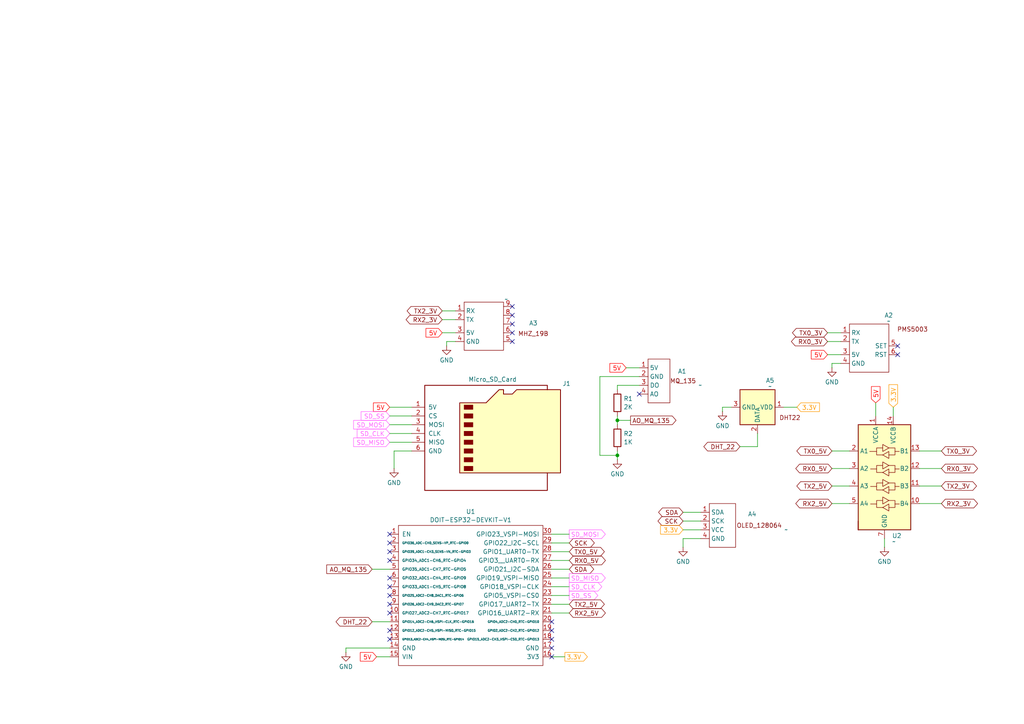
<source format=kicad_sch>
(kicad_sch (version 20231120) (generator "eeschema") (generator_version "8.0")
  (paper "A4")
  (title_block (title "Proyecto calidad del aire") (company "UAM") (comment 1 "Synergia") (comment 2 "Designed by:"))
  (lib_symbols
    (symbol "Connector:Micro_SD_Card" (pin_names (offset 1.016))
      (property "Reference" "J1" (at 22.098 14.478 0))
      (property "Value" "Micro_SD_Card" (at 0.635 15.6902 0))
      (symbol "Micro_SD_Card_0_1"
        (rectangle (start -7.62 -9.525) (end -5.08 -10.795) (fill (type outline)))
        (rectangle (start -7.62 -6.985) (end -5.08 -8.255) (fill (type outline)))
        (rectangle (start -7.62 -4.445) (end -5.08 -5.715) (fill (type outline)))
        (rectangle (start -7.62 -1.905) (end -5.08 -3.175) (fill (type outline)))
        (rectangle (start -7.62 0.635) (end -5.08 -0.635) (fill (type outline)))
        (rectangle (start -7.62 3.175) (end -5.08 1.905) (fill (type outline)))
        (rectangle (start -7.62 5.715) (end -5.08 4.445) (fill (type outline)))
        (rectangle (start -7.62 8.255) (end -5.08 6.985) (fill (type outline)))
        (polyline (pts (xy 16.51 12.7) (xy 16.51 13.97) (xy -19.05 13.97) (xy -19.05 -16.51) (xy 16.51 -16.51) (xy 16.51 -11.43)) (stroke (width 0.254)))
        (polyline (pts (xy -8.89 -11.43) (xy -8.89 8.89) (xy -1.27 8.89) (xy 2.54 12.7) (xy 3.81 12.7) (xy 3.81 11.43) (xy 6.35 11.43) (xy 7.62 12.7) (xy 20.32 12.7) (xy 20.32 -11.43) (xy -8.89 -11.43)) (stroke (width 0.254)) (fill (type background)))
      )
      (symbol "Micro_SD_Card_1_1"
        (pin power_in line (at -22.86 7.62 0) (length 3.81) (name "5V") (number "1"))
        (pin input line (at -22.86 5.08 0) (length 3.81) (name "CS") (number "2"))
        (pin bidirectional line (at -22.86 2.54 0) (length 3.81) (name "MOSI") (number "3"))
        (pin input line (at -22.86 0 0) (length 3.81) (name "CLK") (number "4"))
        (pin bidirectional line (at -22.86 -2.54 0) (length 3.81) (name "MISO") (number "5"))
        (pin power_in line (at -22.86 -5.08 0) (length 3.81) (name "GND") (number "6"))
      )
    )
    (symbol "Device:R" (pin_numbers hide) (pin_names (offset 0))
      (property "Reference" "R" (at 2.032 0 90))
      (property "Value" "R" (at 0 0 90))
      (symbol "R_0_1"
        (rectangle (start -1.016 -2.54) (end 1.016 2.54) (stroke (width 0.254)))
      )
      (symbol "R_1_1"
        (pin passive line (at 0 3.81 270) (length 1.27) (name "~") (number "1"))
        (pin passive line (at 0 -3.81 90) (length 1.27) (name "~") (number "2"))
      )
    )
    (symbol "doit-esp32-devkit-v1:DOIT-ESP32-DEVKIT-V1" (pin_names (offset 1.016))
      (property "Reference" "U1" (at -0.635 14.1775 0))
      (property "Value" "DOIT-ESP32-DEVKIT-V1" (at -0.635 11.7532 0))
      (symbol "DOIT-ESP32-DEVKIT-V1_0_1"
        (rectangle (start -21.59 10.16) (end 20.32 -30.48))
      )
      (symbol "DOIT-ESP32-DEVKIT-V1_1_1"
        (pin output line (at -24.13 7.62 0) (length 2.54) (name "EN") (number "1"))
        (pin bidirectional line (at -24.13 -15.24 0) (length 2.54) (name "GPIO27_ADC2-CH7_RTC-GPIO17") (number "10"))
        (pin bidirectional line (at -24.13 -17.78 0) (length 2.54) (name "GPIO14_ADC2-CH6_HSPI-CLK_RTC-GPIO16") (number "11"))
        (pin bidirectional line (at -24.13 -20.32 0) (length 2.54) (name "GPIO12_ADC2-CH5_HSPI-MISO_RTC-GPIO15") (number "12"))
        (pin bidirectional line (at -24.13 -22.86 0) (length 2.54) (name "GPIO13_ADC2-CH4_HSPI-MOSI_RTC-GPIO14") (number "13"))
        (pin bidirectional line (at -24.13 -25.4 0) (length 2.54) (name "GND") (number "14"))
        (pin bidirectional line (at -24.13 -27.94 0) (length 2.54) (name "VIN") (number "15"))
        (pin bidirectional line (at 22.86 -27.94 180) (length 2.54) (name "3V3") (number "16"))
        (pin bidirectional line (at 22.86 -25.4 180) (length 2.54) (name "GND") (number "17"))
        (pin bidirectional line (at 22.86 -22.86 180) (length 2.54) (name "GPIO15_ADC2-CH3_HSPI-CS0_RTC-GPIO13") (number "18"))
        (pin bidirectional line (at 22.86 -20.32 180) (length 2.54) (name "GPIO2_ADC2-CH2_RTC-GPIO12") (number "19"))
        (pin bidirectional line (at -24.13 5.08 0) (length 2.54) (name "GPIO36_ADC-CH0_SENS-VP_RTC-GPIO0") (number "2"))
        (pin bidirectional line (at 22.86 -17.78 180) (length 2.54) (name "GPIO4_ADC2-CH0_RTC-GPIO10") (number "20"))
        (pin bidirectional line (at 22.86 -15.24 180) (length 2.54) (name "GPIO16_UART2-RX") (number "21"))
        (pin bidirectional line (at 22.86 -12.7 180) (length 2.54) (name "GPIO17_UART2-TX") (number "22"))
        (pin bidirectional line (at 22.86 -10.16 180) (length 2.54) (name "GPIO5_VSPI-CS0") (number "23"))
        (pin bidirectional line (at 22.86 -7.62 180) (length 2.54) (name "GPIO18_VSPI-CLK") (number "24"))
        (pin bidirectional line (at 22.86 -5.08 180) (length 2.54) (name "GPIO19_VSPI-MISO") (number "25"))
        (pin bidirectional line (at 22.86 -2.54 180) (length 2.54) (name "GPIO21_I2C-SDA") (number "26"))
        (pin bidirectional line (at 22.86 0 180) (length 2.54) (name "GPIO3__UART0-RX") (number "27"))
        (pin bidirectional line (at 22.86 2.54 180) (length 2.54) (name "GPIO1_UART0-TX") (number "28"))
        (pin bidirectional line (at 22.86 5.08 180) (length 2.54) (name "GPIO22_I2C-SCL") (number "29"))
        (pin bidirectional line (at -24.13 2.54 0) (length 2.54) (name "GPIO39_ADC1-CH3_SENS-VN_RTC-GPIO3") (number "3"))
        (pin bidirectional line (at 22.86 7.62 180) (length 2.54) (name "GPIO23_VSPI-MOSI") (number "30"))
        (pin bidirectional line (at -24.13 0 0) (length 2.54) (name "GPIO34_ADC1-CH6_RTC-GPIO4") (number "4"))
        (pin bidirectional line (at -24.13 -2.54 0) (length 2.54) (name "GPIO35_ADC1-CH7_RTC-GPIO5") (number "5"))
        (pin bidirectional line (at -24.13 -5.08 0) (length 2.54) (name "GPIO32_ADC1-CH4_RTC-GPIO9") (number "6"))
        (pin bidirectional line (at -24.13 -7.62 0) (length 2.54) (name "GPIO33_ADC1-CH5_RTC-GPIO8") (number "7"))
        (pin bidirectional line (at -24.13 -10.16 0) (length 2.54) (name "GPIO25_ADC2-CH8_DAC1_RTC-GPIO6") (number "8"))
        (pin bidirectional line (at -24.13 -12.7 0) (length 2.54) (name "GPIO26_ADC2-CH9_DAC2_RTC-GPIO7") (number "9"))
      )
    )
    (symbol "power:GND" (power) (pin_numbers hide) (pin_names (offset 0) hide)
      (property "Value" "GND" (at 0 -3.81 0))
      (symbol "GND_0_1"
        (polyline (pts (xy 0 0) (xy 0 -1.27) (xy 1.27 -1.27) (xy 0 -2.54) (xy -1.27 -1.27) (xy 0 -1.27)))
      )
      (symbol "GND_1_1"
        (pin power_in line (at 0 0 270) (length 0) (name "~") (number "1"))
      )
    )
    (symbol "symbols:DHT22"
      (property "Reference" "A" (at 9.144 6.35 0))
      (symbol "DHT22_0_1"
        (rectangle (start -5.08 5.08) (end 5.08 -5.08) (stroke (width 0.254)) (fill (type background)))
      )
      (symbol "DHT22_1_1"
        (text "DHT22\n" (at 3.048 9.398 900) (effects (font (size 1.27 1.27))))
        (pin power_in line (at 0 7.62 270) (length 2.54) (name "VDD") (number "1"))
        (pin bidirectional line (at 7.62 0 180) (length 2.54) (name "DATA") (number "2"))
        (pin power_in line (at 0 -7.62 90) (length 2.54) (name "GND") (number "3"))
        (pin no_connect line (at -5.08 0 0) (length 2.54) hide (name "NC") (number "3"))
      )
    )
    (symbol "symbols:MHZ_19B"
      (property "Reference" "A" (at 19.304 1.778 0))
      (symbol "MHZ_19B_0_1"
        (rectangle (start 0 7.62) (end 11.43 -6.35))
      )
      (symbol "MHZ_19B_1_1"
        (text "MHZ_19B" (at 20.066 -1.524 0) (effects (font (size 1.27 1.27))))
        (pin bidirectional line (at -2.54 5.08 0) (length 2.54) (name "RX") (number "1"))
        (pin bidirectional line (at -2.54 2.54 0) (length 2.54) (name "TX") (number "2"))
        (pin power_in line (at -2.54 -1.27 0) (length 2.54) (name "5V") (number "3"))
        (pin power_in line (at -2.54 -3.81 0) (length 2.54) (name "GND") (number "4"))
        (pin unspecified line (at 13.97 -3.81 180) (length 2.54) (name "") (number "5"))
        (pin unspecified line (at 13.97 -1.27 180) (length 2.54) (name "") (number "6"))
        (pin unspecified line (at 13.97 1.27 180) (length 2.54) (name "") (number "7"))
        (pin unspecified line (at 13.97 3.81 180) (length 2.54) (name "") (number "8"))
        (pin unspecified line (at 13.97 6.35 180) (length 2.54) (name "") (number "9"))
      )
    )
    (symbol "symbols:MQ_135"
      (property "Reference" "A" (at 8.636 4.064 0))
      (symbol "MQ_135_0_1"
        (rectangle (start 0 6.35) (end 6.35 -6.35))
      )
      (symbol "MQ_135_1_1"
        (text "MQ_135" (at 10.16 0 0) (effects (font (size 1.27 1.27))))
        (pin input line (at -2.54 3.81 0) (length 2.54) (name "5V") (number "1"))
        (pin input line (at -2.54 1.27 0) (length 2.54) (name "GND") (number "2"))
        (pin output line (at -2.54 -1.27 0) (length 2.54) (name "DO") (number "3"))
        (pin output line (at -2.54 -3.81 0) (length 2.54) (name "AO") (number "4"))
      )
    )
    (symbol "symbols:OLED_128064"
      (property "Reference" "A" (at 12.954 3.048 0))
      (symbol "OLED_128064_0_1"
        (rectangle (start 0 6.35) (end 7.62 -6.35))
      )
      (symbol "OLED_128064_1_1"
        (text "OLED_128064" (at 14.478 0 0) (effects (font (size 1.27 1.27))))
        (pin bidirectional line (at -2.54 3.81 0) (length 2.54) (name "SDA") (number "1"))
        (pin bidirectional line (at -2.54 1.27 0) (length 2.54) (name "SCK") (number "2"))
        (pin power_in line (at -2.54 -1.27 0) (length 2.54) (name "VCC") (number "3"))
        (pin power_in line (at -2.54 -3.81 0) (length 2.54) (name "GND") (number "4"))
      )
    )
    (symbol "symbols:PMS5003"
      (property "Reference" "A" (at 11.938 -5.334 0))
      (symbol "PMS5003_0_1"
        (rectangle (start -6.35 7.62) (end 5.08 -6.35))
      )
      (symbol "PMS5003_1_1"
        (text "PMS5003" (at 11.938 6.096 0) (effects (font (size 1.27 1.27))))
        (pin bidirectional line (at -8.89 5.08 0) (length 2.54) (name "RX") (number "1"))
        (pin bidirectional line (at -8.89 2.54 0) (length 2.54) (name "TX") (number "2"))
        (pin power_in line (at -8.89 -1.27 0) (length 2.54) (name "5V") (number "3"))
        (pin power_in line (at -8.89 -3.81 0) (length 2.54) (name "GND") (number "4"))
        (pin unspecified line (at 7.62 1.27 180) (length 2.54) (name "SET") (number "5"))
        (pin unspecified line (at 7.62 -1.27 180) (length 2.54) (name "RST") (number "6"))
      )
    )
    (symbol "symbols:TXB0104D"
      (property "Reference" "U" (at 25.654 -17.018 0))
      (symbol "TXB0104D_0_1"
        (rectangle (start -7.62 -15.24) (end -7.62 -12.7) (stroke (width 0.254)))
        (rectangle (start -7.62 15.24) (end 7.62 -15.24) (stroke (width 0.254)) (fill (type background)))
        (polyline (pts (xy -2.286 -7.747) (xy -2.286 -6.731) (xy -0.508 -6.731)))
        (polyline (pts (xy -2.286 -2.667) (xy -2.286 -1.651) (xy -0.508 -1.651)))
        (polyline (pts (xy -2.286 2.413) (xy -2.286 3.429) (xy -0.508 3.429)))
        (polyline (pts (xy -2.286 7.493) (xy -2.286 8.509) (xy -0.508 8.509)))
        (polyline (pts (xy 3.048 -7.747) (xy 3.048 -8.763) (xy 1.27 -8.763)))
        (polyline (pts (xy 3.048 -2.667) (xy 3.048 -3.683) (xy 1.27 -3.683)))
        (polyline (pts (xy 3.048 2.413) (xy 3.048 1.397) (xy 1.27 1.397)))
        (polyline (pts (xy 3.048 7.493) (xy 3.048 6.477) (xy 1.27 6.477)))
        (polyline (pts (xy -0.508 -8.763) (xy -2.286 -8.763) (xy -2.286 -7.747) (xy -4.064 -7.747)))
        (polyline (pts (xy -0.508 -8.763) (xy 1.27 -7.747) (xy 1.27 -9.779) (xy -0.508 -8.763)))
        (polyline (pts (xy -0.508 -3.683) (xy -2.286 -3.683) (xy -2.286 -2.667) (xy -4.064 -2.667)))
        (polyline (pts (xy -0.508 -3.683) (xy 1.27 -2.667) (xy 1.27 -4.699) (xy -0.508 -3.683)))
        (polyline (pts (xy -0.508 1.397) (xy -2.286 1.397) (xy -2.286 2.413) (xy -4.064 2.413)))
        (polyline (pts (xy -0.508 1.397) (xy 1.27 2.413) (xy 1.27 0.381) (xy -0.508 1.397)))
        (polyline (pts (xy -0.508 6.477) (xy -2.286 6.477) (xy -2.286 7.493) (xy -4.318 7.493)))
        (polyline (pts (xy -0.508 6.477) (xy 1.27 7.493) (xy 1.27 5.461) (xy -0.508 6.477)))
        (polyline (pts (xy 1.27 -6.731) (xy -0.508 -7.747) (xy -0.508 -5.715) (xy 1.27 -6.731)))
        (polyline (pts (xy 1.27 -6.731) (xy 3.048 -6.731) (xy 3.048 -7.747) (xy 4.318 -7.747)))
        (polyline (pts (xy 1.27 -1.651) (xy -0.508 -2.667) (xy -0.508 -0.635) (xy 1.27 -1.651)))
        (polyline (pts (xy 1.27 -1.651) (xy 3.048 -1.651) (xy 3.048 -2.667) (xy 4.318 -2.667)))
        (polyline (pts (xy 1.27 3.429) (xy -0.508 2.413) (xy -0.508 4.445) (xy 1.27 3.429)))
        (polyline (pts (xy 1.27 3.429) (xy 3.048 3.429) (xy 3.048 2.413) (xy 4.318 2.413)))
        (polyline (pts (xy 1.27 8.509) (xy -0.508 7.493) (xy -0.508 9.525) (xy 1.27 8.509)))
        (polyline (pts (xy 1.27 8.509) (xy 3.048 8.509) (xy 3.048 7.493) (xy 4.318 7.493)))
      )
      (symbol "TXB0104D_1_1"
        (pin power_in line (at -2.54 17.78 270) (length 2.54) (name "VCCA") (number "1"))
        (pin bidirectional line (at 10.16 -7.62 180) (length 2.54) (name "B4") (number "10"))
        (pin bidirectional line (at 10.16 -2.54 180) (length 2.54) (name "B3") (number "11"))
        (pin bidirectional line (at 10.16 2.54 180) (length 2.54) (name "B2") (number "12"))
        (pin bidirectional line (at 10.16 7.62 180) (length 2.54) (name "B1") (number "13"))
        (pin power_in line (at 2.54 17.78 270) (length 2.54) (name "VCCB") (number "14"))
        (pin bidirectional line (at -10.16 7.62 0) (length 2.54) (name "A1") (number "2"))
        (pin bidirectional line (at -10.16 2.54 0) (length 2.54) (name "A2") (number "3"))
        (pin bidirectional line (at -10.16 -2.54 0) (length 2.54) (name "A3") (number "4"))
        (pin bidirectional line (at -10.16 -7.62 0) (length 2.54) (name "A4") (number "5"))
        (pin no_connect line (at -7.62 -12.7 0) (length 2.54) hide (name "NC") (number "6"))
        (pin power_in line (at 0 -17.78 90) (length 2.54) (name "GND") (number "7"))
        (pin no_connect line (at 7.62 -12.7 180) (length 2.54) hide (name "NC") (number "9"))
      )
    )
  )
  (junction (at 179.07 132.08))
  (junction (at 179.07 121.92))
  (no_connect (at 113.03 157.48))
  (no_connect (at 148.59 91.44))
  (no_connect (at 113.03 175.26))
  (no_connect (at 160.02 182.88))
  (no_connect (at 148.59 96.52))
  (no_connect (at 160.02 187.96))
  (no_connect (at 113.03 170.18))
  (no_connect (at 113.03 160.02))
  (no_connect (at 113.03 185.42))
  (no_connect (at 260.35 100.33))
  (no_connect (at 113.03 182.88))
  (no_connect (at 113.03 162.56))
  (no_connect (at 113.03 167.64))
  (no_connect (at 160.02 180.34))
  (no_connect (at 160.02 190.5))
  (no_connect (at 113.03 154.94))
  (no_connect (at 260.35 102.87))
  (no_connect (at 113.03 172.72))
  (no_connect (at 160.02 185.42))
  (no_connect (at 148.59 99.06))
  (no_connect (at 148.59 93.98))
  (no_connect (at 113.03 177.8))
  (no_connect (at 185.42 114.3))
  (no_connect (at 148.59 88.9))
  (wire (pts (xy 266.7 135.89) (xy 273.05 135.89)))
  (wire (pts (xy 160.02 190.5) (xy 163.83 190.5)))
  (wire (pts (xy 259.08 118.11) (xy 259.08 120.65)))
  (wire (pts (xy 240.03 96.52) (xy 243.84 96.52)))
  (wire (pts (xy 132.08 99.06) (xy 129.54 99.06)))
  (wire (pts (xy 179.07 121.92) (xy 182.88 121.92)))
  (wire (pts (xy 100.33 187.96) (xy 113.03 187.96)))
  (wire (pts (xy 128.27 90.17) (xy 132.08 90.17)))
  (wire (pts (xy 119.38 130.81) (xy 114.3 130.81)))
  (wire (pts (xy 113.03 123.19) (xy 119.38 123.19)))
  (wire (pts (xy 227.33 118.11) (xy 231.14 118.11)))
  (wire (pts (xy 256.54 156.21) (xy 256.54 158.75)))
  (wire (pts (xy 160.02 157.48) (xy 165.1 157.48)))
  (wire (pts (xy 179.07 120.65) (xy 179.07 121.92)))
  (wire (pts (xy 113.03 120.65) (xy 119.38 120.65)))
  (wire (pts (xy 113.03 125.73) (xy 119.38 125.73)))
  (wire (pts (xy 179.07 121.92) (xy 179.07 123.19)))
  (wire (pts (xy 185.42 109.22) (xy 173.99 109.22)))
  (wire (pts (xy 241.3 135.89) (xy 246.38 135.89)))
  (wire (pts (xy 160.02 160.02) (xy 165.1 160.02)))
  (wire (pts (xy 241.3 140.97) (xy 246.38 140.97)))
  (wire (pts (xy 219.71 125.73) (xy 219.71 129.54)))
  (wire (pts (xy 160.02 172.72) (xy 165.1 172.72)))
  (wire (pts (xy 241.3 130.81) (xy 246.38 130.81)))
  (wire (pts (xy 113.03 118.11) (xy 119.38 118.11)))
  (wire (pts (xy 173.99 132.08) (xy 179.07 132.08)))
  (wire (pts (xy 113.03 128.27) (xy 119.38 128.27)))
  (wire (pts (xy 160.02 170.18) (xy 165.1 170.18)))
  (wire (pts (xy 107.95 165.1) (xy 113.03 165.1)))
  (wire (pts (xy 160.02 167.64) (xy 165.1 167.64)))
  (wire (pts (xy 240.03 102.87) (xy 243.84 102.87)))
  (wire (pts (xy 173.99 109.22) (xy 173.99 132.08)))
  (wire (pts (xy 266.7 146.05) (xy 273.05 146.05)))
  (wire (pts (xy 129.54 99.06) (xy 129.54 100.33)))
  (wire (pts (xy 198.12 156.21) (xy 198.12 158.75)))
  (wire (pts (xy 160.02 154.94) (xy 165.1 154.94)))
  (wire (pts (xy 198.12 148.59) (xy 203.2 148.59)))
  (wire (pts (xy 114.3 130.81) (xy 114.3 135.89)))
  (wire (pts (xy 109.22 190.5) (xy 113.03 190.5)))
  (wire (pts (xy 185.42 111.76) (xy 179.07 111.76)))
  (wire (pts (xy 209.55 118.11) (xy 209.55 119.38)))
  (wire (pts (xy 266.7 140.97) (xy 273.05 140.97)))
  (wire (pts (xy 254 116.84) (xy 254 120.65)))
  (wire (pts (xy 198.12 153.67) (xy 203.2 153.67)))
  (wire (pts (xy 160.02 162.56) (xy 165.1 162.56)))
  (wire (pts (xy 198.12 156.21) (xy 203.2 156.21)))
  (wire (pts (xy 160.02 177.8) (xy 165.1 177.8)))
  (wire (pts (xy 100.33 189.23) (xy 100.33 187.96)))
  (wire (pts (xy 198.12 151.13) (xy 203.2 151.13)))
  (wire (pts (xy 241.3 105.41) (xy 241.3 106.68)))
  (wire (pts (xy 160.02 175.26) (xy 165.1 175.26)))
  (wire (pts (xy 107.95 180.34) (xy 113.03 180.34)))
  (wire (pts (xy 240.03 99.06) (xy 243.84 99.06)))
  (wire (pts (xy 128.27 96.52) (xy 132.08 96.52)))
  (wire (pts (xy 128.27 92.71) (xy 132.08 92.71)))
  (wire (pts (xy 181.61 106.68) (xy 185.42 106.68)))
  (wire (pts (xy 212.09 118.11) (xy 209.55 118.11)))
  (wire (pts (xy 179.07 111.76) (xy 179.07 113.03)))
  (wire (pts (xy 179.07 130.81) (xy 179.07 132.08)))
  (wire (pts (xy 243.84 105.41) (xy 241.3 105.41)))
  (wire (pts (xy 160.02 165.1) (xy 165.1 165.1)))
  (wire (pts (xy 266.7 130.81) (xy 273.05 130.81)))
  (wire (pts (xy 179.07 132.08) (xy 179.07 133.35)))
  (wire (pts (xy 241.3 146.05) (xy 246.38 146.05)))
  (wire (pts (xy 214.63 129.54) (xy 219.71 129.54)))
  (global_label "3.3V" (shape output) (at 163.83 190.5 0) (property "Intersheetrefs" "${INTERSHEET_REFS}" (effects (hide yes))))
  (global_label "RX0_5V" (shape bidirectional) (at 165.1 162.56 0) (property "Intersheetrefs" "${INTERSHEET_REFS}" (effects (hide yes))))
  (global_label "RX2_3V" (shape bidirectional) (at 273.05 146.05 0) (property "Intersheetrefs" "${INTERSHEET_REFS}" (effects (hide yes))))
  (global_label "SDA" (shape bidirectional) (at 198.12 148.59 180) (property "Intersheetrefs" "${INTERSHEET_REFS}" (effects (hide yes))))
  (global_label "SD_SS" (shape input) (at 113.03 120.65 180) (property "Intersheetrefs" "${INTERSHEET_REFS}" (effects (hide yes))))
  (global_label "3.3V" (shape input) (at 259.08 118.11 90) (property "Intersheetrefs" "${INTERSHEET_REFS}" (effects (hide yes))))
  (global_label "RX2_5V" (shape bidirectional) (at 165.1 177.8 0) (property "Intersheetrefs" "${INTERSHEET_REFS}" (effects (hide yes))))
  (global_label "TX0_3V" (shape bidirectional) (at 240.03 96.52 180) (property "Intersheetrefs" "${INTERSHEET_REFS}" (effects (hide yes))))
  (global_label "5V" (shape input) (at 181.61 106.68 180) (property "Intersheetrefs" "${INTERSHEET_REFS}" (effects (hide yes))))
  (global_label "SDA" (shape bidirectional) (at 165.1 165.1 0) (property "Intersheetrefs" "${INTERSHEET_REFS}" (effects (hide yes))))
  (global_label "SD_MISO" (shape output) (at 165.1 167.64 0) (property "Intersheetrefs" "${INTERSHEET_REFS}" (effects (hide yes))))
  (global_label "TX2_5V" (shape bidirectional) (at 241.3 140.97 180) (property "Intersheetrefs" "${INTERSHEET_REFS}" (effects (hide yes))))
  (global_label "5V" (shape input) (at 128.27 96.52 180) (property "Intersheetrefs" "${INTERSHEET_REFS}" (effects (hide yes))))
  (global_label "DHT_22" (shape bidirectional) (at 107.95 180.34 180) (property "Intersheetrefs" "${INTERSHEET_REFS}" (effects (hide yes))))
  (global_label "SD_SS" (shape output) (at 165.1 172.72 0) (property "Intersheetrefs" "${INTERSHEET_REFS}" (effects (hide yes))))
  (global_label "SCK" (shape bidirectional) (at 198.12 151.13 180) (property "Intersheetrefs" "${INTERSHEET_REFS}" (effects (hide yes))))
  (global_label "SD_MOSI" (shape input) (at 113.03 123.19 180) (property "Intersheetrefs" "${INTERSHEET_REFS}" (effects (hide yes))))
  (global_label "AO_MQ_135" (shape input) (at 107.95 165.1 180) (property "Intersheetrefs" "${INTERSHEET_REFS}" (effects (hide yes))))
  (global_label "TX2_3V" (shape bidirectional) (at 128.27 90.17 180) (property "Intersheetrefs" "${INTERSHEET_REFS}" (effects (hide yes))))
  (global_label "AO_MQ_135" (shape output) (at 182.88 121.92 0) (property "Intersheetrefs" "${INTERSHEET_REFS}" (effects (hide yes))))
  (global_label "DHT_22" (shape bidirectional) (at 214.63 129.54 180) (property "Intersheetrefs" "${INTERSHEET_REFS}" (effects (hide yes))))
  (global_label "RX2_5V" (shape bidirectional) (at 241.3 146.05 180) (property "Intersheetrefs" "${INTERSHEET_REFS}" (effects (hide yes))))
  (global_label "SD_CLK" (shape input) (at 113.03 125.73 180) (property "Intersheetrefs" "${INTERSHEET_REFS}" (effects (hide yes))))
  (global_label "TX0_5V" (shape bidirectional) (at 241.3 130.81 180) (property "Intersheetrefs" "${INTERSHEET_REFS}" (effects (hide yes))))
  (global_label "RX0_3V" (shape bidirectional) (at 240.03 99.06 180) (property "Intersheetrefs" "${INTERSHEET_REFS}" (effects (hide yes))))
  (global_label "SCK" (shape bidirectional) (at 165.1 157.48 0) (property "Intersheetrefs" "${INTERSHEET_REFS}" (effects (hide yes))))
  (global_label "5V" (shape input) (at 109.22 190.5 180) (property "Intersheetrefs" "${INTERSHEET_REFS}" (effects (hide yes))))
  (global_label "5V" (shape input) (at 240.03 102.87 180) (property "Intersheetrefs" "${INTERSHEET_REFS}" (effects (hide yes))))
  (global_label "TX0_5V" (shape bidirectional) (at 165.1 160.02 0) (property "Intersheetrefs" "${INTERSHEET_REFS}" (effects (hide yes))))
  (global_label "TX0_3V" (shape bidirectional) (at 273.05 130.81 0) (property "Intersheetrefs" "${INTERSHEET_REFS}" (effects (hide yes))))
  (global_label "RX0_5V" (shape bidirectional) (at 241.3 135.89 180) (property "Intersheetrefs" "${INTERSHEET_REFS}" (effects (hide yes))))
  (global_label "5V" (shape input) (at 113.03 118.11 180) (property "Intersheetrefs" "${INTERSHEET_REFS}" (effects (hide yes))))
  (global_label "SD_MOSI" (shape output) (at 165.1 154.94 0) (property "Intersheetrefs" "${INTERSHEET_REFS}" (effects (hide yes))))
  (global_label "TX2_5V" (shape bidirectional) (at 165.1 175.26 0) (property "Intersheetrefs" "${INTERSHEET_REFS}" (effects (hide yes))))
  (global_label "RX0_3V" (shape bidirectional) (at 273.05 135.89 0) (property "Intersheetrefs" "${INTERSHEET_REFS}" (effects (hide yes))))
  (global_label "3.3V" (shape input) (at 198.12 153.67 180) (property "Intersheetrefs" "${INTERSHEET_REFS}" (effects (hide yes))))
  (global_label "5V" (shape input) (at 254 116.84 90) (property "Intersheetrefs" "${INTERSHEET_REFS}" (effects (hide yes))))
  (global_label "RX2_3V" (shape bidirectional) (at 128.27 92.71 180) (property "Intersheetrefs" "${INTERSHEET_REFS}" (effects (hide yes))))
  (global_label "3.3V" (shape input) (at 231.14 118.11 0) (property "Intersheetrefs" "${INTERSHEET_REFS}" (effects (hide yes))))
  (global_label "SD_MISO" (shape input) (at 113.03 128.27 180) (property "Intersheetrefs" "${INTERSHEET_REFS}" (effects (hide yes))))
  (global_label "TX2_3V" (shape bidirectional) (at 273.05 140.97 0) (property "Intersheetrefs" "${INTERSHEET_REFS}" (effects (hide yes))))
  (global_label "SD_CLK" (shape output) (at 165.1 170.18 0) (property "Intersheetrefs" "${INTERSHEET_REFS}" (effects (hide yes))))
  (symbol (lib_id "symbols:DHT22") (at 219.71 118.11 270) (unit 1)
    (property "Reference" "A5" (at 223.3579 110.3715 90))
    (property "Value" "~" (at 223.3579 112.0529 90))
    (property "Footprint" "footprint_project:DHT22" (effects (hide yes)))
  )
  (symbol (lib_id "symbols:MHZ_19B") (at 134.62 95.25 0) (unit 1)
    (property "Reference" "A3" (at 154.686 93.726 0))
    (property "Value" "~" (at 146.8706 86.7799 0))
    (property "Footprint" "footprint_project:MH_Z19B" (effects (hide yes)))
  )
  (symbol (lib_id "Device:R") (at 179.07 127 0) (unit 1)
    (property "Reference" "R2" (at 180.848 125.7878 0) (effects (justify left)))
    (property "Value" "1K" (at 180.848 128.2121 0) (effects (justify left)))
    (property "Description" "Resistor" (effects (hide yes)))
  )
  (symbol (lib_id "symbols:MQ_135") (at 187.96 110.49 0) (unit 1)
    (property "Reference" "A1" (at 196.596 107.696 0) (effects (justify left)))
    (property "Value" "~" (at 202.5552 111.7022 0) (effects (justify left)))
    (property "Footprint" "footprint_project:MQ_135" (effects (hide yes)))
  )
  (symbol (lib_id "Device:R") (at 179.07 116.84 0) (unit 1)
    (property "Reference" "R1" (at 180.848 115.6278 0) (effects (justify left)))
    (property "Value" "2K" (at 180.848 118.0521 0) (effects (justify left)))
    (property "Description" "Resistor" (effects (hide yes)))
  )
  (symbol (lib_id "power:GND") (at 129.54 100.33 0) (unit 1)
    (property "Reference" "#PWR06" (effects (hide yes)))
    (property "Value" "GND" (at 129.54 104.4631 0))
    (property "Description" "Power symbol creates a global label with name \"GND\" , ground" (effects (hide yes)))
  )
  (symbol (lib_id "symbols:PMS5003") (at 252.73 101.6 0) (unit 1)
    (property "Reference" "A2" (at 257.7718 91.4485 0))
    (property "Value" "~" (at 257.7718 93.1299 0))
    (property "Footprint" "TerminalBlock:TerminalBlock_bornier-4_P5.08mm" (effects (hide yes)))
  )
  (symbol (lib_id "power:GND") (at 241.3 106.68 0) (unit 1)
    (property "Reference" "#PWR05" (effects (hide yes)))
    (property "Value" "GND" (at 241.3 110.8131 0))
    (property "Description" "Power symbol creates a global label with name \"GND\" , ground" (effects (hide yes)))
  )
  (symbol (lib_id "doit-esp32-devkit-v1:DOIT-ESP32-DEVKIT-V1") (at 137.16 162.56 0) (unit 1)
    (property "Reference" "U1" (at 136.525 148.3825 0))
    (property "Value" "DOIT-ESP32-DEVKIT-V1" (at 136.525 150.8068 0))
    (property "Footprint" "footprint_project:ESP32_DEVKIT1" (effects (hide yes)))
  )
  (symbol (lib_id "symbols:OLED_128064") (at 205.74 152.4 0) (unit 1)
    (property "Reference" "A4" (at 216.916 149.098 0) (effects (justify left)))
    (property "Value" "~" (at 227.4653 153.6122 0) (effects (justify left)))
    (property "Footprint" "footprint_project:OLED_128064" (effects (hide yes)))
  )
  (symbol (lib_id "power:GND") (at 198.12 158.75 0) (unit 1)
    (property "Reference" "#PWR07" (effects (hide yes)))
    (property "Value" "GND" (at 198.12 162.8831 0))
    (property "Description" "Power symbol creates a global label with name \"GND\" , ground" (effects (hide yes)))
  )
  (symbol (lib_id "power:GND") (at 209.55 119.38 0) (unit 1)
    (property "Reference" "#PWR03" (effects (hide yes)))
    (property "Value" "GND" (at 209.55 123.5131 0))
    (property "Description" "Power symbol creates a global label with name \"GND\" , ground" (effects (hide yes)))
  )
  (symbol (lib_id "power:GND") (at 100.33 189.23 0) (unit 1)
    (property "Reference" "#PWR01" (effects (hide yes)))
    (property "Value" "GND" (at 100.33 193.3631 0))
    (property "Description" "Power symbol creates a global label with name \"GND\" , ground" (effects (hide yes)))
  )
  (symbol (lib_id "power:GND") (at 256.54 158.75 0) (unit 1)
    (property "Reference" "#PWR08" (effects (hide yes)))
    (property "Value" "GND" (at 256.54 162.8831 0))
    (property "Description" "Power symbol creates a global label with name \"GND\" , ground" (effects (hide yes)))
  )
  (symbol (lib_id "Connector:Micro_SD_Card") (at 142.24 125.73 0) (unit 1)
    (property "Reference" "J1" (at 164.338 111.252 0))
    (property "Value" "Micro_SD_Card" (at 142.875 110.0398 0))
    (property "Footprint" "footprint_project:microSD" (effects (hide yes)))
    (property "Datasheet" "http://katalog.we-online.de/em/datasheet/693072010801.pdf" (effects (hide yes)))
    (property "Description" "Micro SD Card Socket" (effects (hide yes)))
  )
  (symbol (lib_id "symbols:TXB0104D") (at 256.54 138.43 0) (unit 1)
    (property "Reference" "U2" (at 258.7341 155.3901 0) (effects (justify left)))
    (property "Value" "~" (at 258.7341 157.0715 0) (effects (justify left)))
    (property "Footprint" "footprint_project:conv_niv_log" (effects (hide yes)))
  )
  (symbol (lib_id "power:GND") (at 114.3 135.89 0) (unit 1)
    (property "Reference" "#PWR02" (effects (hide yes)))
    (property "Value" "GND" (at 114.3 140.0231 0))
    (property "Description" "Power symbol creates a global label with name \"GND\" , ground" (effects (hide yes)))
  )
  (symbol (lib_id "power:GND") (at 179.07 133.35 0) (unit 1)
    (property "Reference" "#PWR04" (effects (hide yes)))
    (property "Value" "GND" (at 179.07 137.4831 0))
    (property "Description" "Power symbol creates a global label with name \"GND\" , ground" (effects (hide yes)))
  )
)
</source>
